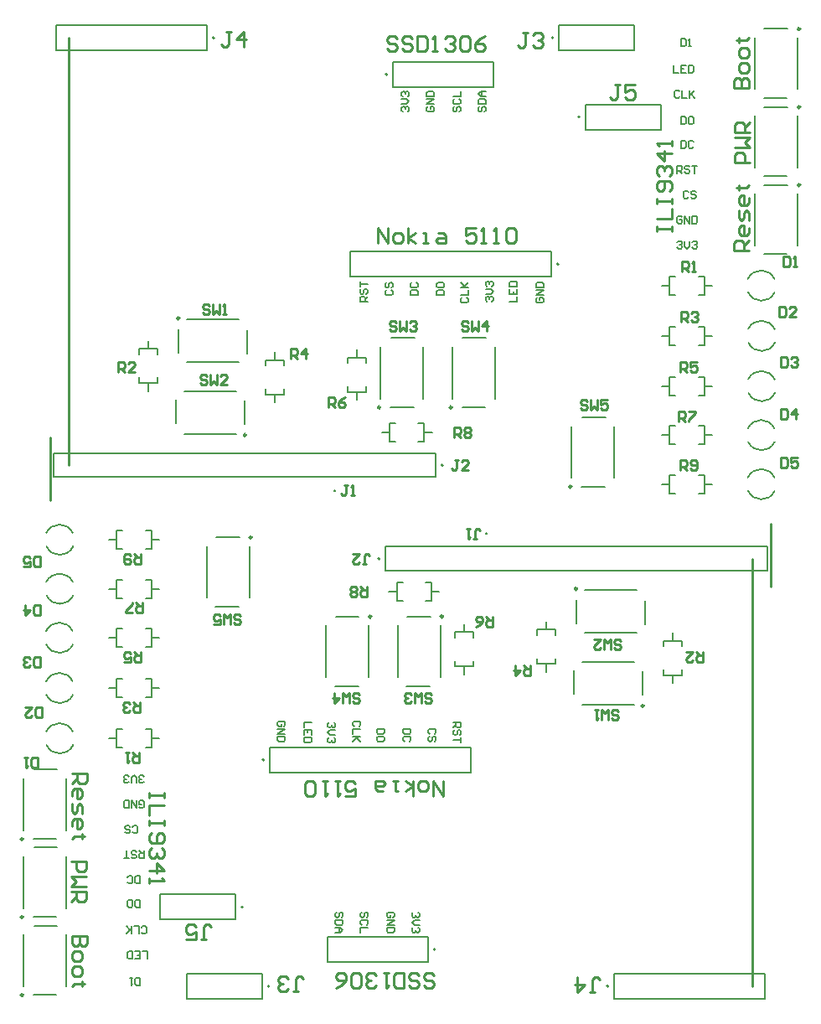
<source format=gto>
G04*
G04 #@! TF.GenerationSoftware,Altium Limited,Altium Designer,24.4.1 (13)*
G04*
G04 Layer_Color=65535*
%FSTAX25Y25*%
%MOIN*%
G70*
G04*
G04 #@! TF.SameCoordinates,D68B6D5F-11C5-45A1-AF62-CA48ED7D446B*
G04*
G04*
G04 #@! TF.FilePolarity,Positive*
G04*
G01*
G75*
%ADD24C,0.00787*%
%ADD25C,0.01000*%
%ADD26C,0.00500*%
%ADD27C,0.00600*%
D24*
X021648Y0294063D02*
G03*
X021648Y0294063I-0000394J0D01*
G01*
X0148362Y0369563D02*
G03*
X0148362Y0369563I-0000394J0D01*
G01*
X007948Y0384063D02*
G03*
X007948Y0384063I-0000394J0D01*
G01*
X0214362D02*
G03*
X0214362Y0384063I-0000394J0D01*
G01*
X0170484Y0214063D02*
G03*
X0170484Y0214063I-0000394J0D01*
G01*
X0224862Y0352563D02*
G03*
X0224862Y0352563I-0000394J0D01*
G01*
X0213528Y0289063D02*
Y0299063D01*
X0133528Y0289063D02*
Y0299063D01*
Y0289063D02*
X0213528D01*
X0133528Y0299063D02*
X0213528D01*
X0190528Y0364563D02*
Y0374563D01*
X0150528Y0364563D02*
Y0374563D01*
Y0364563D02*
X0190528Y0364563D01*
X0150528Y0374563D02*
X0190528Y0374563D01*
X0016528Y0379063D02*
Y0389063D01*
X0076528Y0379063D02*
Y0389063D01*
X0016528D02*
X0076528D01*
X0016528Y0379063D02*
X0076528D01*
X0227028Y0347563D02*
X0257028Y0347563D01*
X0227028Y0357563D02*
X0257028Y0357563D01*
Y0347563D02*
Y0357563D01*
X0227028Y0347563D02*
Y0357563D01*
X0216528Y0379063D02*
X0246528D01*
X0216528Y0389063D02*
X0246528D01*
Y0379063D02*
Y0389063D01*
X0216528Y0379063D02*
Y0389063D01*
X0015524Y0218807D02*
X0167532D01*
X0015524Y0209319D02*
X0167532D01*
X0015524D02*
Y0218807D01*
X0167532Y0209319D02*
Y0218807D01*
X009848Y0096882D02*
G03*
X009848Y0096882I0000394J0D01*
G01*
X0166598Y0021382D02*
G03*
X0166598Y0021382I0000394J0D01*
G01*
X023548Y0006882D02*
G03*
X023548Y0006882I0000394J0D01*
G01*
X0100598D02*
G03*
X0100598Y0006882I0000394J0D01*
G01*
X0144476Y0176882D02*
G03*
X0144476Y0176882I0000394J0D01*
G01*
X0090098Y0038382D02*
G03*
X0090098Y0038382I0000394J0D01*
G01*
X0101433Y0101882D02*
Y0091882D01*
X0181433Y0101882D02*
Y0091882D01*
Y0101882D02*
X0101433D01*
X0181433Y0091882D02*
X0101433D01*
X0124433Y0026382D02*
Y0016382D01*
X0164433Y0026382D02*
Y0016382D01*
Y0026382D02*
X0124433Y0026382D01*
X0164433Y0016382D02*
X0124433Y0016382D01*
X0298433Y0011882D02*
Y0001882D01*
X0238433Y0011882D02*
Y0001882D01*
X0298433D02*
X0238433D01*
X0298433Y0011882D02*
X0238433D01*
X0087933Y0043382D02*
X0057933Y0043382D01*
X0087933Y0033382D02*
X0057933Y0033382D01*
Y0043382D02*
Y0033382D01*
X0087933Y0043382D02*
Y0033382D01*
X0098433Y0011882D02*
X0068433D01*
X0098433Y0001882D02*
X0068433D01*
Y0011882D02*
Y0001882D01*
X0098433Y0011882D02*
Y0001882D01*
X0299437Y0172138D02*
X0147429D01*
X0299437Y0181626D02*
X0147429D01*
X0299437D02*
Y0172138D01*
X0147429Y0181626D02*
Y0172138D01*
D25*
X0174028Y0237063D02*
G03*
X0174028Y0237063I-00005J0D01*
G01*
X0145528D02*
G03*
X0145528Y0237063I-00005J0D01*
G01*
X0312528Y0356563D02*
G03*
X0312528Y0356563I-00005J0D01*
G01*
Y0325563D02*
G03*
X0312528Y0325563I-00005J0D01*
G01*
Y0387653D02*
G03*
X0312528Y0387653I-00005J0D01*
G01*
X0221528Y0205563D02*
G03*
X0221528Y0205563I-00005J0D01*
G01*
X0065528Y0272563D02*
G03*
X0065528Y0272563I-00005J0D01*
G01*
X0092118Y0226063D02*
G03*
X0092118Y0226063I-00005J0D01*
G01*
X0014028Y0200063D02*
Y0225063D01*
X0021528Y0214063D02*
Y0384063D01*
X0144537Y0302564D02*
Y0308562D01*
X0148535Y0302564D01*
Y0308562D01*
X0151534Y0302564D02*
X0153534D01*
X0154533Y0303564D01*
Y0305563D01*
X0153534Y0306563D01*
X0151534D01*
X0150535Y0305563D01*
Y0303564D01*
X0151534Y0302564D01*
X0156533D02*
Y0308562D01*
Y0304563D02*
X0159532Y0306563D01*
X0156533Y0304563D02*
X0159532Y0302564D01*
X0162531D02*
X016453D01*
X016353D01*
Y0306563D01*
X0162531D01*
X0168529D02*
X0170528D01*
X0171528Y0305563D01*
Y0302564D01*
X0168529D01*
X0167529Y0303564D01*
X0168529Y0304563D01*
X0171528D01*
X0183524Y0308562D02*
X0179525D01*
Y0305563D01*
X0181525Y0306563D01*
X0182524D01*
X0183524Y0305563D01*
Y0303564D01*
X0182524Y0302564D01*
X0180525D01*
X0179525Y0303564D01*
X0185523Y0302564D02*
X0187523D01*
X0186523D01*
Y0308562D01*
X0185523Y0307562D01*
X0190522Y0302564D02*
X0192521D01*
X0191521D01*
Y0308562D01*
X0190522Y0307562D01*
X019552D02*
X019652Y0308562D01*
X0198519D01*
X0199519Y0307562D01*
Y0303564D01*
X0198519Y0302564D01*
X019652D01*
X019552Y0303564D01*
Y0307562D01*
X0180362Y0270896D02*
X0179695Y0271562D01*
X0178363D01*
X0177696Y0270896D01*
Y0270229D01*
X0178363Y0269563D01*
X0179695D01*
X0180362Y0268897D01*
Y026823D01*
X0179695Y0267564D01*
X0178363D01*
X0177696Y026823D01*
X0181695Y0271562D02*
Y0267564D01*
X0183028Y0268897D01*
X0184361Y0267564D01*
Y0271562D01*
X0187693Y0267564D02*
Y0271562D01*
X0185694Y0269563D01*
X0188359D01*
X0151862Y0270896D02*
X0151195Y0271562D01*
X0149863D01*
X0149196Y0270896D01*
Y0270229D01*
X0149863Y0269563D01*
X0151195D01*
X0151862Y0268897D01*
Y026823D01*
X0151195Y0267564D01*
X0149863D01*
X0149196Y026823D01*
X0153195Y0271562D02*
Y0267564D01*
X0154528Y0268897D01*
X0155861Y0267564D01*
Y0271562D01*
X0157194Y0270896D02*
X015786Y0271562D01*
X0159193D01*
X0159859Y0270896D01*
Y0270229D01*
X0159193Y0269563D01*
X0158526D01*
X0159193D01*
X0159859Y0268897D01*
Y026823D01*
X0159193Y0267564D01*
X015786D01*
X0157194Y026823D01*
X0292527Y0334566D02*
X0286529D01*
Y0337565D01*
X0287528Y0338564D01*
X0289528D01*
X0290527Y0337565D01*
Y0334566D01*
X0286529Y0340564D02*
X0292527D01*
X0290527Y0342563D01*
X0292527Y0344562D01*
X0286529D01*
X0292527Y0346562D02*
X0286529D01*
Y0349561D01*
X0287528Y035056D01*
X0289528D01*
X0290527Y0349561D01*
Y0346562D01*
Y0348561D02*
X0292527Y035056D01*
X0292027Y0299567D02*
X0286029D01*
Y0302566D01*
X0287028Y0303566D01*
X0289028D01*
X0290027Y0302566D01*
Y0299567D01*
Y0301567D02*
X0292027Y0303566D01*
Y0308564D02*
Y0306565D01*
X0291027Y0305565D01*
X0289028D01*
X0288028Y0306565D01*
Y0308564D01*
X0289028Y0309564D01*
X0290027D01*
Y0305565D01*
X0292027Y0311563D02*
Y0314562D01*
X0291027Y0315562D01*
X0290027Y0314562D01*
Y0312563D01*
X0289028Y0311563D01*
X0288028Y0312563D01*
Y0315562D01*
X0292027Y032056D02*
Y0318561D01*
X0291027Y0317561D01*
X0289028D01*
X0288028Y0318561D01*
Y032056D01*
X0289028Y032156D01*
X0290027D01*
Y0317561D01*
X0287028Y0324559D02*
X0288028D01*
Y0323559D01*
Y0325559D01*
Y0324559D01*
X0291027D01*
X0292027Y0325559D01*
X0286029Y0364066D02*
X0292027D01*
Y0367065D01*
X0291027Y0368065D01*
X0290027D01*
X0289028Y0367065D01*
Y0364066D01*
Y0367065D01*
X0288028Y0368065D01*
X0287028D01*
X0286029Y0367065D01*
Y0364066D01*
X0292027Y0371064D02*
Y0373063D01*
X0291027Y0374063D01*
X0289028D01*
X0288028Y0373063D01*
Y0371064D01*
X0289028Y0370064D01*
X0291027D01*
X0292027Y0371064D01*
Y0377062D02*
Y0379061D01*
X0291027Y0380061D01*
X0289028D01*
X0288028Y0379061D01*
Y0377062D01*
X0289028Y0376062D01*
X0291027D01*
X0292027Y0377062D01*
X0287028Y038306D02*
X0288028D01*
Y038206D01*
Y038406D01*
Y038306D01*
X0291027D01*
X0292027Y038406D01*
X0255529Y0307069D02*
Y0309068D01*
Y0308068D01*
X0261527D01*
Y0307069D01*
Y0309068D01*
X0255529Y0312067D02*
X0261527D01*
Y0316066D01*
X0255529Y0318065D02*
Y0320065D01*
Y0319065D01*
X0261527D01*
Y0318065D01*
Y0320065D01*
X0260527Y0323064D02*
X0261527Y0324063D01*
Y0326063D01*
X0260527Y0327062D01*
X0256528D01*
X0255529Y0326063D01*
Y0324063D01*
X0256528Y0323064D01*
X0257528D01*
X0258528Y0324063D01*
Y0327062D01*
X0256528Y0329062D02*
X0255529Y0330061D01*
Y0332061D01*
X0256528Y033306D01*
X0257528D01*
X0258528Y0332061D01*
Y0331061D01*
Y0332061D01*
X0259527Y033306D01*
X0260527D01*
X0261527Y0332061D01*
Y0330061D01*
X0260527Y0329062D01*
X0261527Y0338059D02*
X0255529D01*
X0258528Y033506D01*
Y0339058D01*
X0261527Y0341058D02*
Y0343057D01*
Y0342057D01*
X0255529D01*
X0256528Y0341058D01*
X0152226Y0383661D02*
X0151227Y0384661D01*
X0149227D01*
X0148228Y0383661D01*
Y0382662D01*
X0149227Y0381662D01*
X0151227D01*
X0152226Y0380662D01*
Y0379663D01*
X0151227Y0378663D01*
X0149227D01*
X0148228Y0379663D01*
X0158224Y0383661D02*
X0157225Y0384661D01*
X0155225D01*
X0154226Y0383661D01*
Y0382662D01*
X0155225Y0381662D01*
X0157225D01*
X0158224Y0380662D01*
Y0379663D01*
X0157225Y0378663D01*
X0155225D01*
X0154226Y0379663D01*
X0160224Y0384661D02*
Y0378663D01*
X0163223D01*
X0164223Y0379663D01*
Y0383661D01*
X0163223Y0384661D01*
X0160224D01*
X0166222Y0378663D02*
X0168221D01*
X0167222D01*
Y0384661D01*
X0166222Y0383661D01*
X017122D02*
X017222Y0384661D01*
X0174219D01*
X0175219Y0383661D01*
Y0382662D01*
X0174219Y0381662D01*
X017322D01*
X0174219D01*
X0175219Y0380662D01*
Y0379663D01*
X0174219Y0378663D01*
X017222D01*
X017122Y0379663D01*
X0177218Y0383661D02*
X0178218Y0384661D01*
X0180217D01*
X0181217Y0383661D01*
Y0379663D01*
X0180217Y0378663D01*
X0178218D01*
X0177218Y0379663D01*
Y0383661D01*
X0187215Y0384661D02*
X0185216Y0383661D01*
X0183216Y0381662D01*
Y0379663D01*
X0184216Y0378663D01*
X0186215D01*
X0187215Y0379663D01*
Y0380662D01*
X0186215Y0381662D01*
X0183216D01*
X0204028Y0386062D02*
X0202029D01*
X0203028D01*
Y0381064D01*
X0202029Y0380064D01*
X0201029D01*
X0200029Y0381064D01*
X0206027Y0385062D02*
X0207027Y0386062D01*
X0209026D01*
X0210026Y0385062D01*
Y0384063D01*
X0209026Y0383063D01*
X0208027D01*
X0209026D01*
X0210026Y0382063D01*
Y0381064D01*
X0209026Y0380064D01*
X0207027D01*
X0206027Y0381064D01*
X0086028Y0386562D02*
X0084029D01*
X0085028D01*
Y0381564D01*
X0084029Y0380564D01*
X0083029D01*
X0082029Y0381564D01*
X0091026Y0380564D02*
Y0386562D01*
X0088027Y0383563D01*
X0092026D01*
X0240709Y0365562D02*
X023871D01*
X0239709D01*
Y0360564D01*
X023871Y0359564D01*
X023771D01*
X023671Y0360564D01*
X0246707Y0365562D02*
X0242708D01*
Y0362563D01*
X0244708Y0363563D01*
X0245707D01*
X0246707Y0362563D01*
Y0360564D01*
X0245707Y0359564D01*
X0243708D01*
X0242708Y0360564D01*
X0176361Y0216062D02*
X0175028D01*
X0175695D01*
Y021273D01*
X0175028Y0212064D01*
X0174362D01*
X0173695Y021273D01*
X018036Y0212064D02*
X0177694D01*
X018036Y0214729D01*
Y0215396D01*
X0179693Y0216062D01*
X0178361D01*
X0177694Y0215396D01*
X0077528Y0277396D02*
X0076862Y0278062D01*
X0075529D01*
X0074862Y0277396D01*
Y0276729D01*
X0075529Y0276063D01*
X0076862D01*
X0077528Y0275396D01*
Y027473D01*
X0076862Y0274064D01*
X0075529D01*
X0074862Y027473D01*
X0078861Y0278062D02*
Y0274064D01*
X0080194Y0275396D01*
X0081527Y0274064D01*
Y0278062D01*
X008286Y0274064D02*
X0084193D01*
X0083526D01*
Y0278062D01*
X008286Y0277396D01*
X0174695Y0225064D02*
Y0229062D01*
X0176695D01*
X0177361Y0228396D01*
Y0227063D01*
X0176695Y0226396D01*
X0174695D01*
X0176028D02*
X0177361Y0225064D01*
X0178694Y0228396D02*
X0179361Y0229062D01*
X0180693D01*
X018136Y0228396D01*
Y0227729D01*
X0180693Y0227063D01*
X018136Y0226396D01*
Y022573D01*
X0180693Y0225064D01*
X0179361D01*
X0178694Y022573D01*
Y0226396D01*
X0179361Y0227063D01*
X0178694Y0227729D01*
Y0228396D01*
X0179361Y0227063D02*
X0180693D01*
X0124695Y0237064D02*
Y0241062D01*
X0126695D01*
X0127361Y0240396D01*
Y0239063D01*
X0126695Y0238397D01*
X0124695D01*
X0126028D02*
X0127361Y0237064D01*
X013136Y0241062D02*
X0130027Y0240396D01*
X0128694Y0239063D01*
Y023773D01*
X0129361Y0237064D01*
X0130693D01*
X013136Y023773D01*
Y0238397D01*
X0130693Y0239063D01*
X0128694D01*
X0109695Y0256564D02*
Y0260562D01*
X0111695D01*
X0112361Y0259896D01*
Y0258563D01*
X0111695Y0257896D01*
X0109695D01*
X0111028D02*
X0112361Y0256564D01*
X0115693D02*
Y0260562D01*
X0113694Y0258563D01*
X011636D01*
X0041195Y0251064D02*
Y0255062D01*
X0043195D01*
X0043861Y0254396D01*
Y0253063D01*
X0043195Y0252396D01*
X0041195D01*
X0042528D02*
X0043861Y0251064D01*
X004786D02*
X0045194D01*
X004786Y0253729D01*
Y0254396D01*
X0047194Y0255062D01*
X0045861D01*
X0045194Y0254396D01*
X0227862Y0239396D02*
X0227195Y0240062D01*
X0225863D01*
X0225196Y0239396D01*
Y0238729D01*
X0225863Y0238063D01*
X0227195D01*
X0227862Y0237397D01*
Y023673D01*
X0227195Y0236064D01*
X0225863D01*
X0225196Y023673D01*
X0229195Y0240062D02*
Y0236064D01*
X0230528Y0237397D01*
X0231861Y0236064D01*
Y0240062D01*
X0235859D02*
X0233193D01*
Y0238063D01*
X0234526Y0238729D01*
X0235193D01*
X0235859Y0238063D01*
Y023673D01*
X0235193Y0236064D01*
X023386D01*
X0233193Y023673D01*
X0076452Y0249396D02*
X0075786Y0250062D01*
X0074453D01*
X0073787Y0249396D01*
Y0248729D01*
X0074453Y0248063D01*
X0075786D01*
X0076452Y0247396D01*
Y024673D01*
X0075786Y0246064D01*
X0074453D01*
X0073787Y024673D01*
X0077785Y0250062D02*
Y0246064D01*
X0079118Y0247396D01*
X0080451Y0246064D01*
Y0250062D01*
X008445Y0246064D02*
X0081784D01*
X008445Y0248729D01*
Y0249396D01*
X0083783Y0250062D01*
X008245D01*
X0081784Y0249396D01*
X0264195Y0231564D02*
Y0235562D01*
X0266195D01*
X0266861Y0234896D01*
Y0233563D01*
X0266195Y0232896D01*
X0264195D01*
X0265528D02*
X0266861Y0231564D01*
X0268194Y0235562D02*
X027086D01*
Y0234896D01*
X0268194Y023223D01*
Y0231564D01*
X0264695Y0251064D02*
Y0255062D01*
X0266695D01*
X0267361Y0254396D01*
Y0253063D01*
X0266695Y0252396D01*
X0264695D01*
X0266028D02*
X0267361Y0251064D01*
X027136Y0255062D02*
X0268694D01*
Y0253063D01*
X0270027Y0253729D01*
X0270693D01*
X027136Y0253063D01*
Y025173D01*
X0270693Y0251064D01*
X0269361D01*
X0268694Y025173D01*
X0265195Y0271064D02*
Y0275062D01*
X0267195D01*
X0267861Y0274396D01*
Y0273063D01*
X0267195Y0272396D01*
X0265195D01*
X0266528D02*
X0267861Y0271064D01*
X0269194Y0274396D02*
X0269861Y0275062D01*
X0271194D01*
X027186Y0274396D01*
Y0273729D01*
X0271194Y0273063D01*
X0270527D01*
X0271194D01*
X027186Y0272396D01*
Y027173D01*
X0271194Y0271064D01*
X0269861D01*
X0269194Y027173D01*
X0265362Y0291064D02*
Y0295062D01*
X0267361D01*
X0268028Y0294396D01*
Y0293063D01*
X0267361Y0292396D01*
X0265362D01*
X0266695D02*
X0268028Y0291064D01*
X0269361D02*
X0270693D01*
X0270027D01*
Y0295062D01*
X0269361Y0294396D01*
X0304677Y0236562D02*
Y0232564D01*
X0306676D01*
X0307343Y023323D01*
Y0235896D01*
X0306676Y0236562D01*
X0304677D01*
X0310675Y0232564D02*
Y0236562D01*
X0308676Y0234563D01*
X0311342D01*
X0304774Y0257062D02*
Y0253064D01*
X0306773D01*
X030744Y025373D01*
Y0256396D01*
X0306773Y0257062D01*
X0304774D01*
X0308773Y0256396D02*
X0309439Y0257062D01*
X0310772D01*
X0311439Y0256396D01*
Y0255729D01*
X0310772Y0255063D01*
X0310106D01*
X0310772D01*
X0311439Y0254397D01*
Y025373D01*
X0310772Y0253064D01*
X0309439D01*
X0308773Y025373D01*
X0264695Y0212064D02*
Y0216062D01*
X0266695D01*
X0267361Y0215396D01*
Y0214063D01*
X0266695Y0213397D01*
X0264695D01*
X0266028D02*
X0267361Y0212064D01*
X0268694Y021273D02*
X0269361Y0212064D01*
X0270693D01*
X027136Y021273D01*
Y0215396D01*
X0270693Y0216062D01*
X0269361D01*
X0268694Y0215396D01*
Y0214729D01*
X0269361Y0214063D01*
X027136D01*
X0304256Y0277062D02*
Y0273064D01*
X0306255D01*
X0306922Y027373D01*
Y0276396D01*
X0306255Y0277062D01*
X0304256D01*
X031092Y0273064D02*
X0308255D01*
X031092Y0275729D01*
Y0276396D01*
X0310254Y0277062D01*
X0308921D01*
X0308255Y0276396D01*
X0305862Y0297062D02*
Y0293064D01*
X0307861D01*
X0308528Y029373D01*
Y0296396D01*
X0307861Y0297062D01*
X0305862D01*
X0309861Y0293064D02*
X0311193D01*
X0310527D01*
Y0297062D01*
X0309861Y0296396D01*
X0304695Y0217062D02*
Y0213064D01*
X0306695D01*
X0307361Y021373D01*
Y0216396D01*
X0306695Y0217062D01*
X0304695D01*
X031136D02*
X0308694D01*
Y0215063D01*
X0310027Y0215729D01*
X0310694D01*
X031136Y0215063D01*
Y021373D01*
X0310694Y0213064D01*
X0309361D01*
X0308694Y021373D01*
X0132528Y0206062D02*
X0131195D01*
X0131861D01*
Y020273D01*
X0131195Y0202064D01*
X0130528D01*
X0129862Y020273D01*
X0133861Y0202064D02*
X0135194D01*
X0134527D01*
Y0206062D01*
X0133861Y0205396D01*
X0140933Y0153882D02*
G03*
X0140933Y0153882I00005J0D01*
G01*
X0169433D02*
G03*
X0169433Y0153882I00005J0D01*
G01*
X0002433Y0034382D02*
G03*
X0002433Y0034382I00005J0D01*
G01*
Y0065382D02*
G03*
X0002433Y0065382I00005J0D01*
G01*
Y0003291D02*
G03*
X0002433Y0003291I00005J0D01*
G01*
X0093433Y0185382D02*
G03*
X0093433Y0185382I00005J0D01*
G01*
X0249433Y0118382D02*
G03*
X0249433Y0118382I00005J0D01*
G01*
X0222842Y0164882D02*
G03*
X0222842Y0164882I00005J0D01*
G01*
X0300933Y0190882D02*
Y0165882D01*
X0293433Y0176882D02*
Y0006882D01*
X0170424Y0088381D02*
Y0082383D01*
X0166425Y0088381D01*
Y0082383D01*
X0163426Y0088381D02*
X0161427D01*
X0160427Y0087381D01*
Y0085382D01*
X0161427Y0084382D01*
X0163426D01*
X0164426Y0085382D01*
Y0087381D01*
X0163426Y0088381D01*
X0158428D02*
Y0082383D01*
Y0086382D02*
X0155429Y0084382D01*
X0158428Y0086382D02*
X0155429Y0088381D01*
X015243D02*
X0150431D01*
X015143D01*
Y0084382D01*
X015243D01*
X0146432D02*
X0144432D01*
X0143433Y0085382D01*
Y0088381D01*
X0146432D01*
X0147432Y0087381D01*
X0146432Y0086382D01*
X0143433D01*
X0131437Y0082383D02*
X0135435D01*
Y0085382D01*
X0133436Y0084382D01*
X0132436D01*
X0131437Y0085382D01*
Y0087381D01*
X0132436Y0088381D01*
X0134436D01*
X0135435Y0087381D01*
X0129437Y0088381D02*
X0127438D01*
X0128438D01*
Y0082383D01*
X0129437Y0083382D01*
X0124439Y0088381D02*
X012244D01*
X0123439D01*
Y0082383D01*
X0124439Y0083382D01*
X011944D02*
X0118441Y0082383D01*
X0116442D01*
X0115442Y0083382D01*
Y0087381D01*
X0116442Y0088381D01*
X0118441D01*
X011944Y0087381D01*
Y0083382D01*
X0134599Y0120049D02*
X0135265Y0119383D01*
X0136598D01*
X0137265Y0120049D01*
Y0120715D01*
X0136598Y0121382D01*
X0135265D01*
X0134599Y0122048D01*
Y0122715D01*
X0135265Y0123381D01*
X0136598D01*
X0137265Y0122715D01*
X0133266Y0119383D02*
Y0123381D01*
X0131933Y0122048D01*
X01306Y0123381D01*
Y0119383D01*
X0127268Y0123381D02*
Y0119383D01*
X0129267Y0121382D01*
X0126601D01*
X0163099Y0120049D02*
X0163765Y0119383D01*
X0165098D01*
X0165765Y0120049D01*
Y0120715D01*
X0165098Y0121382D01*
X0163765D01*
X0163099Y0122048D01*
Y0122715D01*
X0163765Y0123381D01*
X0165098D01*
X0165765Y0122715D01*
X0161766Y0119383D02*
Y0123381D01*
X0160433Y0122048D01*
X01591Y0123381D01*
Y0119383D01*
X0157767Y0120049D02*
X0157101Y0119383D01*
X0155768D01*
X0155101Y0120049D01*
Y0120715D01*
X0155768Y0121382D01*
X0156434D01*
X0155768D01*
X0155101Y0122048D01*
Y0122715D01*
X0155768Y0123381D01*
X0157101D01*
X0157767Y0122715D01*
X0022434Y0056379D02*
X0028432D01*
Y005338D01*
X0027432Y0052381D01*
X0025433D01*
X0024433Y005338D01*
Y0056379D01*
X0028432Y0050381D02*
X0022434D01*
X0024433Y0048382D01*
X0022434Y0046382D01*
X0028432D01*
X0022434Y0044383D02*
X0028432D01*
Y0041384D01*
X0027432Y0040385D01*
X0025433D01*
X0024433Y0041384D01*
Y0044383D01*
Y0042384D02*
X0022434Y0040385D01*
X0022934Y0091378D02*
X0028932D01*
Y0088379D01*
X0027932Y0087379D01*
X0025933D01*
X0024933Y0088379D01*
Y0091378D01*
Y0089378D02*
X0022934Y0087379D01*
Y0082381D02*
Y008438D01*
X0023934Y008538D01*
X0025933D01*
X0026933Y008438D01*
Y0082381D01*
X0025933Y0081381D01*
X0024933D01*
Y008538D01*
X0022934Y0079382D02*
Y0076382D01*
X0023934Y0075383D01*
X0024933Y0076382D01*
Y0078382D01*
X0025933Y0079382D01*
X0026933Y0078382D01*
Y0075383D01*
X0022934Y0070385D02*
Y0072384D01*
X0023934Y0073383D01*
X0025933D01*
X0026933Y0072384D01*
Y0070385D01*
X0025933Y0069385D01*
X0024933D01*
Y0073383D01*
X0027932Y0066386D02*
X0026933D01*
Y0067385D01*
Y0065386D01*
Y0066386D01*
X0023934D01*
X0022934Y0065386D01*
X0028932Y0026879D02*
X0022934D01*
Y002388D01*
X0023934Y002288D01*
X0024933D01*
X0025933Y002388D01*
Y0026879D01*
Y002388D01*
X0026933Y002288D01*
X0027932D01*
X0028932Y002388D01*
Y0026879D01*
X0022934Y0019881D02*
Y0017882D01*
X0023934Y0016882D01*
X0025933D01*
X0026933Y0017882D01*
Y0019881D01*
X0025933Y0020881D01*
X0023934D01*
X0022934Y0019881D01*
Y0013883D02*
Y0011884D01*
X0023934Y0010884D01*
X0025933D01*
X0026933Y0011884D01*
Y0013883D01*
X0025933Y0014883D01*
X0023934D01*
X0022934Y0013883D01*
X0027932Y0007885D02*
X0026933D01*
Y0008884D01*
Y0006885D01*
Y0007885D01*
X0023934D01*
X0022934Y0006885D01*
X0059432Y0083876D02*
Y0081877D01*
Y0082876D01*
X0053434D01*
Y0083876D01*
Y0081877D01*
X0059432Y0078878D02*
X0053434D01*
Y0074879D01*
X0059432Y007288D02*
Y007088D01*
Y007188D01*
X0053434D01*
Y007288D01*
Y007088D01*
X0054434Y0067881D02*
X0053434Y0066882D01*
Y0064882D01*
X0054434Y0063882D01*
X0058432D01*
X0059432Y0064882D01*
Y0066882D01*
X0058432Y0067881D01*
X0057433D01*
X0056433Y0066882D01*
Y0063882D01*
X0058432Y0061883D02*
X0059432Y0060883D01*
Y0058884D01*
X0058432Y0057885D01*
X0057433D01*
X0056433Y0058884D01*
Y0059884D01*
Y0058884D01*
X0055433Y0057885D01*
X0054434D01*
X0053434Y0058884D01*
Y0060883D01*
X0054434Y0061883D01*
X0053434Y0052886D02*
X0059432D01*
X0056433Y0055885D01*
Y0051886D01*
X0053434Y0049887D02*
Y0047888D01*
Y0048887D01*
X0059432D01*
X0058432Y0049887D01*
X0162734Y0007283D02*
X0163734Y0006284D01*
X0165733D01*
X0166733Y0007283D01*
Y0008283D01*
X0165733Y0009283D01*
X0163734D01*
X0162734Y0010283D01*
Y0011282D01*
X0163734Y0012282D01*
X0165733D01*
X0166733Y0011282D01*
X0156736Y0007283D02*
X0157736Y0006284D01*
X0159735D01*
X0160735Y0007283D01*
Y0008283D01*
X0159735Y0009283D01*
X0157736D01*
X0156736Y0010283D01*
Y0011282D01*
X0157736Y0012282D01*
X0159735D01*
X0160735Y0011282D01*
X0154737Y0006284D02*
Y0012282D01*
X0151738D01*
X0150738Y0011282D01*
Y0007283D01*
X0151738Y0006284D01*
X0154737D01*
X0148739Y0012282D02*
X0146739D01*
X0147739D01*
Y0006284D01*
X0148739Y0007283D01*
X014374D02*
X0142741Y0006284D01*
X0140741D01*
X0139742Y0007283D01*
Y0008283D01*
X0140741Y0009283D01*
X0141741D01*
X0140741D01*
X0139742Y0010283D01*
Y0011282D01*
X0140741Y0012282D01*
X0142741D01*
X014374Y0011282D01*
X0137742Y0007283D02*
X0136743Y0006284D01*
X0134743D01*
X0133744Y0007283D01*
Y0011282D01*
X0134743Y0012282D01*
X0136743D01*
X0137742Y0011282D01*
Y0007283D01*
X0127746Y0006284D02*
X0129745Y0007283D01*
X0131744Y0009283D01*
Y0011282D01*
X0130745Y0012282D01*
X0128745D01*
X0127746Y0011282D01*
Y0010283D01*
X0128745Y0009283D01*
X0131744D01*
X0110933Y0004883D02*
X0112932D01*
X0111932D01*
Y0009881D01*
X0112932Y0010881D01*
X0113932D01*
X0114931Y0009881D01*
X0108933Y0005883D02*
X0107934Y0004883D01*
X0105934D01*
X0104935Y0005883D01*
Y0006882D01*
X0105934Y0007882D01*
X0106934D01*
X0105934D01*
X0104935Y0008882D01*
Y0009881D01*
X0105934Y0010881D01*
X0107934D01*
X0108933Y0009881D01*
X0228933Y0004383D02*
X0230932D01*
X0229932D01*
Y0009381D01*
X0230932Y0010381D01*
X0231932D01*
X0232931Y0009381D01*
X0223934Y0010381D02*
Y0004383D01*
X0226933Y0007382D01*
X0222935D01*
X0074252Y0025383D02*
X0076251D01*
X0075251D01*
Y0030381D01*
X0076251Y0031381D01*
X0077251D01*
X007825Y0030381D01*
X0068253Y0025383D02*
X0072252D01*
Y0028382D01*
X0070253Y0027382D01*
X0069253D01*
X0068253Y0028382D01*
Y0030381D01*
X0069253Y0031381D01*
X0071253D01*
X0072252Y0030381D01*
X0138599Y0174882D02*
X0139932D01*
X0139266D01*
Y0178215D01*
X0139932Y0178881D01*
X0140599D01*
X0141265Y0178215D01*
X0134601Y0178881D02*
X0137267D01*
X0134601Y0176215D01*
Y0175549D01*
X0135267Y0174882D01*
X01366D01*
X0137267Y0175549D01*
X0237432Y0113549D02*
X0238099Y0112882D01*
X0239432D01*
X0240098Y0113549D01*
Y0114215D01*
X0239432Y0114882D01*
X0238099D01*
X0237432Y0115548D01*
Y0116215D01*
X0238099Y0116881D01*
X0239432D01*
X0240098Y0116215D01*
X0236099Y0112882D02*
Y0116881D01*
X0234767Y0115548D01*
X0233434Y0116881D01*
Y0112882D01*
X0232101Y0116881D02*
X0230768D01*
X0231434D01*
Y0112882D01*
X0232101Y0113549D01*
X0140265Y0165881D02*
Y0161882D01*
X0138266D01*
X0137599Y0162549D01*
Y0163882D01*
X0138266Y0164548D01*
X0140265D01*
X0138932D02*
X0137599Y0165881D01*
X0136267Y0162549D02*
X01356Y0161882D01*
X0134267D01*
X0133601Y0162549D01*
Y0163215D01*
X0134267Y0163882D01*
X0133601Y0164548D01*
Y0165215D01*
X0134267Y0165881D01*
X01356D01*
X0136267Y0165215D01*
Y0164548D01*
X01356Y0163882D01*
X0136267Y0163215D01*
Y0162549D01*
X01356Y0163882D02*
X0134267D01*
X0190265Y0153881D02*
Y0149882D01*
X0188266D01*
X0187599Y0150549D01*
Y0151882D01*
X0188266Y0152548D01*
X0190265D01*
X0188932D02*
X0187599Y0153881D01*
X0183601Y0149882D02*
X0184934Y0150549D01*
X0186267Y0151882D01*
Y0153215D01*
X01856Y0153881D01*
X0184267D01*
X0183601Y0153215D01*
Y0152548D01*
X0184267Y0151882D01*
X0186267D01*
X0205265Y0134381D02*
Y0130383D01*
X0203266D01*
X0202599Y0131049D01*
Y0132382D01*
X0203266Y0133048D01*
X0205265D01*
X0203932D02*
X0202599Y0134381D01*
X0199267D02*
Y0130383D01*
X0201267Y0132382D01*
X0198601D01*
X0273765Y0139881D02*
Y0135882D01*
X0271766D01*
X0271099Y0136549D01*
Y0137882D01*
X0271766Y0138548D01*
X0273765D01*
X0272432D02*
X0271099Y0139881D01*
X0267101D02*
X0269766D01*
X0267101Y0137215D01*
Y0136549D01*
X0267767Y0135882D01*
X02691D01*
X0269766Y0136549D01*
X0087099Y0151549D02*
X0087765Y0150882D01*
X0089098D01*
X0089764Y0151549D01*
Y0152215D01*
X0089098Y0152882D01*
X0087765D01*
X0087099Y0153548D01*
Y0154215D01*
X0087765Y0154881D01*
X0089098D01*
X0089764Y0154215D01*
X0085766Y0150882D02*
Y0154881D01*
X0084433Y0153548D01*
X00831Y0154881D01*
Y0150882D01*
X0079101D02*
X0081767D01*
Y0152882D01*
X0080434Y0152215D01*
X0079768D01*
X0079101Y0152882D01*
Y0154215D01*
X0079768Y0154881D01*
X0081101D01*
X0081767Y0154215D01*
X0238508Y0141549D02*
X0239175Y0140883D01*
X0240508D01*
X0241174Y0141549D01*
Y0142215D01*
X0240508Y0142882D01*
X0239175D01*
X0238508Y0143548D01*
Y0144215D01*
X0239175Y0144881D01*
X0240508D01*
X0241174Y0144215D01*
X0237175Y0140883D02*
Y0144881D01*
X0235842Y0143548D01*
X0234509Y0144881D01*
Y0140883D01*
X0230511Y0144881D02*
X0233177D01*
X0230511Y0142215D01*
Y0141549D01*
X0231177Y0140883D01*
X023251D01*
X0233177Y0141549D01*
X0050765Y0159381D02*
Y0155383D01*
X0048766D01*
X0048099Y0156049D01*
Y0157382D01*
X0048766Y0158048D01*
X0050765D01*
X0049432D02*
X0048099Y0159381D01*
X0046766Y0155383D02*
X0044101D01*
Y0156049D01*
X0046766Y0158715D01*
Y0159381D01*
X0050265Y0139881D02*
Y0135882D01*
X0048266D01*
X0047599Y0136549D01*
Y0137882D01*
X0048266Y0138548D01*
X0050265D01*
X0048932D02*
X0047599Y0139881D01*
X0043601Y0135882D02*
X0046266D01*
Y0137882D01*
X0044934Y0137215D01*
X0044267D01*
X0043601Y0137882D01*
Y0139215D01*
X0044267Y0139881D01*
X00456D01*
X0046266Y0139215D01*
X0049765Y0119881D02*
Y0115883D01*
X0047766D01*
X0047099Y0116549D01*
Y0117882D01*
X0047766Y0118548D01*
X0049765D01*
X0048432D02*
X0047099Y0119881D01*
X0045766Y0116549D02*
X00451Y0115883D01*
X0043767D01*
X0043101Y0116549D01*
Y0117215D01*
X0043767Y0117882D01*
X0044434D01*
X0043767D01*
X0043101Y0118548D01*
Y0119215D01*
X0043767Y0119881D01*
X00451D01*
X0045766Y0119215D01*
X0049599Y0099881D02*
Y0095882D01*
X0047599D01*
X0046933Y0096549D01*
Y0097882D01*
X0047599Y0098548D01*
X0049599D01*
X0048266D02*
X0046933Y0099881D01*
X00456D02*
X0044267D01*
X0044934D01*
Y0095882D01*
X00456Y0096549D01*
X0010283Y0154383D02*
Y0158381D01*
X0008284D01*
X0007618Y0157715D01*
Y0155049D01*
X0008284Y0154383D01*
X0010283D01*
X0004285Y0158381D02*
Y0154383D01*
X0006285Y0156382D01*
X0003619D01*
X0010187Y0133882D02*
Y0137881D01*
X0008187D01*
X0007521Y0137215D01*
Y0134549D01*
X0008187Y0133882D01*
X0010187D01*
X0006188Y0134549D02*
X0005521Y0133882D01*
X0004188D01*
X0003522Y0134549D01*
Y0135215D01*
X0004188Y0135882D01*
X0004855D01*
X0004188D01*
X0003522Y0136548D01*
Y0137215D01*
X0004188Y0137881D01*
X0005521D01*
X0006188Y0137215D01*
X0050265Y0178881D02*
Y0174882D01*
X0048266D01*
X0047599Y0175549D01*
Y0176882D01*
X0048266Y0177548D01*
X0050265D01*
X0048932D02*
X0047599Y0178881D01*
X0046266Y0178215D02*
X00456Y0178881D01*
X0044267D01*
X0043601Y0178215D01*
Y0175549D01*
X0044267Y0174882D01*
X00456D01*
X0046266Y0175549D01*
Y0176215D01*
X00456Y0176882D01*
X0043601D01*
X0010705Y0113883D02*
Y0117881D01*
X0008705D01*
X0008039Y0117215D01*
Y0114549D01*
X0008705Y0113883D01*
X0010705D01*
X000404Y0117881D02*
X0006706D01*
X000404Y0115215D01*
Y0114549D01*
X0004707Y0113883D01*
X000604D01*
X0006706Y0114549D01*
X0009099Y0093883D02*
Y0097881D01*
X0007099D01*
X0006433Y0097215D01*
Y0094549D01*
X0007099Y0093883D01*
X0009099D01*
X00051Y0097881D02*
X0003767D01*
X0004434D01*
Y0093883D01*
X00051Y0094549D01*
X0010265Y0173882D02*
Y0177881D01*
X0008266D01*
X0007599Y0177215D01*
Y0174549D01*
X0008266Y0173882D01*
X0010265D01*
X0003601D02*
X0006267D01*
Y0175882D01*
X0004934Y0175215D01*
X0004267D01*
X0003601Y0175882D01*
Y0177215D01*
X0004267Y0177881D01*
X00056D01*
X0006267Y0177215D01*
X0182433Y0184882D02*
X0183766D01*
X0183099D01*
Y0188215D01*
X0183766Y0188881D01*
X0184432D01*
X0185099Y0188215D01*
X01811Y0188881D02*
X0179767D01*
X0180434D01*
Y0184882D01*
X01811Y0185549D01*
D26*
X0291849Y0203846D02*
G03*
X03024Y0203846I0005276J000246D01*
G01*
X0302285Y0209201D02*
G03*
X0291734Y0209201I-0005276J-000246D01*
G01*
X0302267Y0228701D02*
G03*
X0291715Y0228701I-0005276J-000246D01*
G01*
X0291831Y0223346D02*
G03*
X0302382Y0223346I0005276J000246D01*
G01*
X0302364Y0248201D02*
G03*
X0291812Y0248201I-0005276J-000246D01*
G01*
X0291928Y0242846D02*
G03*
X0302479Y0242846I0005276J000246D01*
G01*
X0291909Y0262846D02*
G03*
X0302461Y0262846I0005276J000246D01*
G01*
X0302345Y0268201D02*
G03*
X0291794Y0268201I-0005276J-000246D01*
G01*
X0291849Y0282846D02*
G03*
X03024Y0282846I0005276J000246D01*
G01*
X0302285Y0288201D02*
G03*
X0291734Y0288201I-0005276J-000246D01*
G01*
X0103528Y0239024D02*
Y0242173D01*
X0099886D02*
Y0244457D01*
X0107169Y0242173D02*
Y0244457D01*
X0099886Y0242173D02*
X0103528D01*
X0107169D01*
X0103528Y0255953D02*
Y0259102D01*
X0099886Y0253669D02*
Y0255953D01*
X0103528D01*
X0107169D01*
Y0253669D02*
Y0255953D01*
X0260638Y0210205D02*
X0262921D01*
X0260638Y0206563D02*
Y0210205D01*
Y0202921D02*
Y0206563D01*
Y0202921D02*
X0262921D01*
X0257488Y0206563D02*
X0260638D01*
X0274417D02*
Y0210205D01*
Y0202921D02*
Y0206563D01*
X0272134Y0210205D02*
X0274417D01*
X0272134Y0202921D02*
X0274417D01*
Y0206563D02*
X0277567D01*
X0274417Y0285563D02*
X0277567D01*
X0272134Y0281921D02*
X0274417D01*
X0272134Y0289205D02*
X0274417D01*
Y0281921D02*
Y0285563D01*
Y0289205D01*
X0257488Y0285563D02*
X0260638D01*
Y0281921D02*
X0262921D01*
X0260638D02*
Y0285563D01*
Y0289205D01*
X0262921D01*
X0274417Y0245563D02*
X0277567D01*
X0272134Y0241921D02*
X0274417D01*
X0272134Y0249205D02*
X0274417D01*
Y0241921D02*
Y0245563D01*
Y0249205D01*
X0257488Y0245563D02*
X0260638D01*
Y0241921D02*
X0262921D01*
X0260638D02*
Y0245563D01*
Y0249205D01*
X0262921D01*
X0274417Y0265563D02*
X0277567D01*
X0272134Y0261921D02*
X0274417D01*
X0272134Y0269205D02*
X0274417D01*
Y0261921D02*
Y0265563D01*
Y0269205D01*
X0257488Y0265563D02*
X0260638D01*
Y0261921D02*
X0262921D01*
X0260638D02*
Y0265563D01*
Y0269205D01*
X0262921D01*
X0274417Y0226063D02*
X0277567D01*
X0053028Y0243524D02*
Y0246673D01*
X0049386D02*
Y0248957D01*
X0056669Y0246673D02*
Y0248957D01*
X0049386Y0246673D02*
X0053028D01*
X0056669D01*
X0053028Y0260453D02*
Y0263602D01*
X0049386Y0258169D02*
Y0260453D01*
X0053028D01*
X0056669D01*
Y0258169D02*
Y0260453D01*
X0136028Y0240024D02*
Y0243173D01*
X0132386D02*
Y0245457D01*
X0139669Y0243173D02*
Y0245457D01*
X0132386Y0243173D02*
X0136028D01*
X0139669D01*
X0136028Y0256953D02*
Y0260102D01*
X0132386Y0254669D02*
Y0256953D01*
X0136028D01*
X0139669D01*
Y0254669D02*
Y0256953D01*
X0145988Y0227063D02*
X0149138D01*
Y0230705D02*
X0151421D01*
X0149138Y0223421D02*
X0151421D01*
X0149138Y0227063D02*
Y0230705D01*
Y0223421D02*
Y0227063D01*
X0162917D02*
X0166067D01*
X0160634Y0230705D02*
X0162917D01*
Y0227063D02*
Y0230705D01*
Y0223421D02*
Y0227063D01*
X0160634Y0223421D02*
X0162917D01*
X0272134Y0222421D02*
X0274417D01*
X0272134Y0229705D02*
X0274417D01*
Y0222421D02*
Y0226063D01*
Y0229705D01*
X0257488Y0226063D02*
X0260638D01*
Y0222421D02*
X0262921D01*
X0260638D02*
Y0226063D01*
Y0229705D01*
X0262921D01*
X0023112Y0187099D02*
G03*
X001256Y0187099I-0005276J-000246D01*
G01*
X0012676Y0181744D02*
G03*
X0023227Y0181744I0005276J000246D01*
G01*
X0012694Y0162244D02*
G03*
X0023245Y0162244I0005276J000246D01*
G01*
X002313Y0167598D02*
G03*
X0012578Y0167598I-0005276J-000246D01*
G01*
X0012597Y0142744D02*
G03*
X0023148Y0142744I0005276J000246D01*
G01*
X0023033Y0148099D02*
G03*
X0012481Y0148099I-0005276J-000246D01*
G01*
X0023051Y0128098D02*
G03*
X00125Y0128098I-0005276J-000246D01*
G01*
X0012615Y0122744D02*
G03*
X0023167Y0122744I0005276J000246D01*
G01*
X0023112Y0108098D02*
G03*
X001256Y0108098I-0005276J-000246D01*
G01*
X0012676Y0102744D02*
G03*
X0023227Y0102744I0005276J000246D01*
G01*
X0211433Y0151921D02*
Y0148772D01*
X0215075D02*
Y0146488D01*
X0207791Y0148772D02*
Y0146488D01*
X0215075Y0148772D02*
X0211433D01*
X0207791D01*
X0211433Y0134992D02*
Y0131843D01*
X0215075Y0137276D02*
Y0134992D01*
X0211433D01*
X0207791D01*
Y0137276D02*
Y0134992D01*
X0054323Y018074D02*
X0052039D01*
X0054323Y0184382D02*
Y018074D01*
Y0188024D02*
Y0184382D01*
Y0188024D02*
X0052039D01*
X0057472Y0184382D02*
X0054323D01*
X0040543D02*
Y018074D01*
Y0188024D02*
Y0184382D01*
X0042827Y018074D02*
X0040543D01*
X0042827Y0188024D02*
X0040543D01*
Y0184382D02*
X0037394D01*
X0040543Y0105382D02*
X0037394D01*
X0042827Y0109024D02*
X0040543D01*
X0042827Y010174D02*
X0040543D01*
Y0109024D02*
Y0105382D01*
Y010174D01*
X0057472Y0105382D02*
X0054323D01*
Y0109024D02*
X0052039D01*
X0054323D02*
Y0105382D01*
Y010174D01*
X0052039D01*
X0040543Y0145382D02*
X0037394D01*
X0042827Y0149024D02*
X0040543D01*
X0042827Y014174D02*
X0040543D01*
Y0149024D02*
Y0145382D01*
Y014174D01*
X0057472Y0145382D02*
X0054323D01*
Y0149024D02*
X0052039D01*
X0054323D02*
Y0145382D01*
Y014174D01*
X0052039D01*
X0040543Y0125382D02*
X0037394D01*
X0042827Y0129024D02*
X0040543D01*
X0042827Y012174D02*
X0040543D01*
Y0129024D02*
Y0125382D01*
Y012174D01*
X0057472Y0125382D02*
X0054323D01*
Y0129024D02*
X0052039D01*
X0054323D02*
Y0125382D01*
Y012174D01*
X0052039D01*
X0040543Y0164882D02*
X0037394D01*
X0261933Y0147421D02*
Y0144272D01*
X0265575D02*
Y0141988D01*
X0258291Y0144272D02*
Y0141988D01*
X0265575Y0144272D02*
X0261933D01*
X0258291D01*
X0261933Y0130492D02*
Y0127342D01*
X0265575Y0132776D02*
Y0130492D01*
X0261933D01*
X0258291D01*
Y0132776D02*
Y0130492D01*
X0178933Y0150921D02*
Y0147772D01*
X0182575D02*
Y0145488D01*
X0175291Y0147772D02*
Y0145488D01*
X0182575Y0147772D02*
X0178933D01*
X0175291D01*
X0178933Y0133992D02*
Y0130842D01*
X0182575Y0136276D02*
Y0133992D01*
X0178933D01*
X0175291D01*
Y0136276D02*
Y0133992D01*
X0168972Y0163882D02*
X0165823D01*
Y016024D02*
X0163539D01*
X0165823Y0167524D02*
X0163539D01*
X0165823Y0163882D02*
Y016024D01*
Y0167524D02*
Y0163882D01*
X0152043D02*
X0148894D01*
X0154327Y016024D02*
X0152043D01*
Y0163882D02*
Y016024D01*
Y0167524D02*
Y0163882D01*
X0154327Y0167524D02*
X0152043D01*
X0042827Y0168524D02*
X0040543D01*
X0042827Y016124D02*
X0040543D01*
Y0168524D02*
Y0164882D01*
Y016124D01*
X0057472Y0164882D02*
X0054323D01*
Y0168524D02*
X0052039D01*
X0054323D02*
Y0164882D01*
Y016124D01*
X0052039D01*
D27*
X0174028Y0240526D02*
Y0261063D01*
X0178028Y0237063D02*
X0187242D01*
X0178279Y0264669D02*
X0187493D01*
X0191028Y0240526D02*
Y0261063D01*
X0149528Y0237063D02*
X0158742D01*
X0149779Y0264669D02*
X0158993D01*
X0162528Y0240526D02*
Y0261063D01*
X0145528Y0240526D02*
Y0261063D01*
X0311528Y0332563D02*
Y03531D01*
X0298313Y0356563D02*
X0307528D01*
X0298062Y0328957D02*
X0307277D01*
X0294528Y0332563D02*
Y03531D01*
X0311528Y0301563D02*
Y03221D01*
X0298313Y0325563D02*
X0307528D01*
X0298062Y0297957D02*
X0307277D01*
X0294528Y0301563D02*
Y03221D01*
X0311528Y0363653D02*
Y0384191D01*
X0298313Y0387653D02*
X0307528D01*
X0298062Y0360047D02*
X0307277D01*
X0294528Y0363653D02*
Y0384191D01*
X006849Y0255063D02*
X0089028D01*
X0092634Y0258597D02*
Y0267812D01*
X0065028Y0258849D02*
Y0268063D01*
X006849Y0272063D02*
X0089028D01*
X0238528Y0209026D02*
Y0229563D01*
X0225779Y0233169D02*
X0234993D01*
X0225528Y0205563D02*
X0234742D01*
X0221528Y0209026D02*
Y0229563D01*
X0067618Y0243563D02*
X0088156D01*
X0064012Y0230814D02*
Y0240029D01*
X0091618Y0230563D02*
Y0239777D01*
X0067618Y0226563D02*
X0088156D01*
X0140428Y0279163D02*
X0137429D01*
Y0280662D01*
X0137928Y0281162D01*
X0138928D01*
X0139428Y0280662D01*
Y0279163D01*
Y0280163D02*
X0140428Y0281162D01*
X0137928Y0284161D02*
X0137429Y0283662D01*
Y0282662D01*
X0137928Y0282162D01*
X0138428D01*
X0138928Y0282662D01*
Y0283662D01*
X0139428Y0284161D01*
X0139928D01*
X0140428Y0283662D01*
Y0282662D01*
X0139928Y0282162D01*
X0137429Y0285161D02*
Y028716D01*
Y0286161D01*
X0140428D01*
X0147929Y0283662D02*
X0147429Y0283162D01*
Y0282163D01*
X0147929Y0281663D01*
X0149928D01*
X0150428Y0282163D01*
Y0283162D01*
X0149928Y0283662D01*
X0147929Y0286661D02*
X0147429Y0286161D01*
Y0285162D01*
X0147929Y0284662D01*
X0148428D01*
X0148928Y0285162D01*
Y0286161D01*
X0149428Y0286661D01*
X0149928D01*
X0150428Y0286161D01*
Y0285162D01*
X0149928Y0284662D01*
X0157429Y0281663D02*
X0160428D01*
Y0283162D01*
X0159928Y0283662D01*
X0157929D01*
X0157429Y0283162D01*
Y0281663D01*
X0157929Y0286661D02*
X0157429Y0286161D01*
Y0285162D01*
X0157929Y0284662D01*
X0159928D01*
X0160428Y0285162D01*
Y0286161D01*
X0159928Y0286661D01*
X0167929Y0281663D02*
X0170928D01*
Y0283162D01*
X0170428Y0283662D01*
X0168429D01*
X0167929Y0283162D01*
Y0281663D01*
X0168429Y0284662D02*
X0167929Y0285162D01*
Y0286161D01*
X0168429Y0286661D01*
X0170428D01*
X0170928Y0286161D01*
Y0285162D01*
X0170428Y0284662D01*
X0168429D01*
X0177928Y0280662D02*
X0177429Y0280163D01*
Y0279163D01*
X0177928Y0278663D01*
X0179928D01*
X0180428Y0279163D01*
Y0280163D01*
X0179928Y0280662D01*
X0177429Y0281662D02*
X0180428D01*
Y0283661D01*
X0177429Y0284661D02*
X0180428D01*
X0179428D01*
X0177429Y028666D01*
X0178928Y0285161D01*
X0180428Y028666D01*
X0187928Y0279163D02*
X0187429Y0279663D01*
Y0280662D01*
X0187928Y0281162D01*
X0188428D01*
X0188928Y0280662D01*
Y0280163D01*
Y0280662D01*
X0189428Y0281162D01*
X0189928D01*
X0190428Y0280662D01*
Y0279663D01*
X0189928Y0279163D01*
X0187429Y0282162D02*
X0189428D01*
X0190428Y0283162D01*
X0189428Y0284161D01*
X0187429D01*
X0187928Y0285161D02*
X0187429Y0285661D01*
Y0286661D01*
X0187928Y028716D01*
X0188428D01*
X0188928Y0286661D01*
Y0286161D01*
Y0286661D01*
X0189428Y028716D01*
X0189928D01*
X0190428Y0286661D01*
Y0285661D01*
X0189928Y0285161D01*
X0207928Y0280662D02*
X0207429Y0280163D01*
Y0279163D01*
X0207928Y0278663D01*
X0209928D01*
X0210428Y0279163D01*
Y0280163D01*
X0209928Y0280662D01*
X0208928D01*
Y0279663D01*
X0210428Y0281662D02*
X0207429D01*
X0210428Y0283661D01*
X0207429D01*
Y0284661D02*
X0210428D01*
Y0286161D01*
X0209928Y028666D01*
X0207928D01*
X0207429Y0286161D01*
Y0284661D01*
X0196929Y0279163D02*
X0199928D01*
Y0281162D01*
X0196929Y0284161D02*
Y0282162D01*
X0199928D01*
Y0284161D01*
X0198428Y0282162D02*
Y0283162D01*
X0196929Y0285161D02*
X0199928D01*
Y0286661D01*
X0199428Y028716D01*
X0197429D01*
X0196929Y0286661D01*
Y0285161D01*
X0265128Y0383662D02*
Y0380663D01*
X0266627D01*
X0267127Y0381163D01*
Y0383162D01*
X0266627Y0383662D01*
X0265128D01*
X0268127Y0380663D02*
X0269126D01*
X0268627D01*
Y0383662D01*
X0268127Y0383162D01*
X0262128Y0373162D02*
Y0370163D01*
X0264127D01*
X0267126Y0373162D02*
X0265127D01*
Y0370163D01*
X0267126D01*
X0265127Y0371662D02*
X0266126D01*
X0268126Y0373162D02*
Y0370163D01*
X0269625D01*
X0270125Y0370663D01*
Y0372662D01*
X0269625Y0373162D01*
X0268126D01*
X0264627Y0362662D02*
X0264127Y0363162D01*
X0263127D01*
X0262628Y0362662D01*
Y0360663D01*
X0263127Y0360163D01*
X0264127D01*
X0264627Y0360663D01*
X0265627Y0363162D02*
Y0360163D01*
X0267626D01*
X0268626Y0363162D02*
Y0360163D01*
Y0361163D01*
X0270625Y0363162D01*
X0269126Y0361663D01*
X0270625Y0360163D01*
X0265128Y0352662D02*
Y0349663D01*
X0266627D01*
X0267127Y0350163D01*
Y0352162D01*
X0266627Y0352662D01*
X0265128D01*
X0268127Y0352162D02*
X0268627Y0352662D01*
X0269626D01*
X0270126Y0352162D01*
Y0350163D01*
X0269626Y0349663D01*
X0268627D01*
X0268127Y0350163D01*
Y0352162D01*
X0265128Y0343162D02*
Y0340163D01*
X0266627D01*
X0267127Y0340663D01*
Y0342662D01*
X0266627Y0343162D01*
X0265128D01*
X0270126Y0342662D02*
X0269626Y0343162D01*
X0268627D01*
X0268127Y0342662D01*
Y0340663D01*
X0268627Y0340163D01*
X0269626D01*
X0270126Y0340663D01*
X0263628Y0330163D02*
Y0333162D01*
X0265127D01*
X0265627Y0332662D01*
Y0331663D01*
X0265127Y0331163D01*
X0263628D01*
X0264627D02*
X0265627Y0330163D01*
X0268626Y0332662D02*
X0268126Y0333162D01*
X0267127D01*
X0266627Y0332662D01*
Y0332162D01*
X0267127Y0331663D01*
X0268126D01*
X0268626Y0331163D01*
Y0330663D01*
X0268126Y0330163D01*
X0267127D01*
X0266627Y0330663D01*
X0269626Y0333162D02*
X0271625D01*
X0270625D01*
Y0330163D01*
X0127128Y0203663D02*
Y0204163D01*
X0127628D01*
Y0203663D01*
X0127128D01*
X0268127Y0322662D02*
X0267627Y0323162D01*
X0266628D01*
X0266128Y0322662D01*
Y0320663D01*
X0266628Y0320163D01*
X0267627D01*
X0268127Y0320663D01*
X0271126Y0322662D02*
X0270626Y0323162D01*
X0269627D01*
X0269127Y0322662D01*
Y0322162D01*
X0269627Y0321662D01*
X0270626D01*
X0271126Y0321163D01*
Y0320663D01*
X0270626Y0320163D01*
X0269627D01*
X0269127Y0320663D01*
X0265627Y0312662D02*
X0265127Y0313162D01*
X0264127D01*
X0263628Y0312662D01*
Y0310663D01*
X0264127Y0310163D01*
X0265127D01*
X0265627Y0310663D01*
Y0311663D01*
X0264627D01*
X0266627Y0310163D02*
Y0313162D01*
X0268626Y0310163D01*
Y0313162D01*
X0269626D02*
Y0310163D01*
X0271125D01*
X0271625Y0310663D01*
Y0312662D01*
X0271125Y0313162D01*
X0269626D01*
X0263521Y0302662D02*
X0264021Y0303162D01*
X0265021D01*
X0265521Y0302662D01*
Y0302162D01*
X0265021Y0301662D01*
X0264521D01*
X0265021D01*
X0265521Y0301163D01*
Y0300663D01*
X0265021Y0300163D01*
X0264021D01*
X0263521Y0300663D01*
X026652Y0303162D02*
Y0301163D01*
X026752Y0300163D01*
X026852Y0301163D01*
Y0303162D01*
X0269519Y0302662D02*
X0270019Y0303162D01*
X0271019D01*
X0271519Y0302662D01*
Y0302162D01*
X0271019Y0301662D01*
X0270519D01*
X0271019D01*
X0271519Y0301163D01*
Y0300663D01*
X0271019Y0300163D01*
X0270019D01*
X0269519Y0300663D01*
X0184929Y0356662D02*
X0184429Y0356163D01*
Y0355163D01*
X0184929Y0354663D01*
X0185428D01*
X0185928Y0355163D01*
Y0356163D01*
X0186428Y0356662D01*
X0186928D01*
X0187428Y0356163D01*
Y0355163D01*
X0186928Y0354663D01*
X0184429Y0357662D02*
X0187428D01*
Y0359161D01*
X0186928Y0359661D01*
X0184929D01*
X0184429Y0359161D01*
Y0357662D01*
X0187428Y0360661D02*
X0185428D01*
X0184429Y0361661D01*
X0185428Y036266D01*
X0187428D01*
X0185928D01*
Y0360661D01*
X0174928Y0356662D02*
X0174429Y0356163D01*
Y0355163D01*
X0174928Y0354663D01*
X0175428D01*
X0175928Y0355163D01*
Y0356163D01*
X0176428Y0356662D01*
X0176928D01*
X0177428Y0356163D01*
Y0355163D01*
X0176928Y0354663D01*
X0174928Y0359661D02*
X0174429Y0359161D01*
Y0358162D01*
X0174928Y0357662D01*
X0176928D01*
X0177428Y0358162D01*
Y0359161D01*
X0176928Y0359661D01*
X0174429Y0360661D02*
X0177428D01*
Y036266D01*
X0164428Y0356662D02*
X0163929Y0356163D01*
Y0355163D01*
X0164428Y0354663D01*
X0166428D01*
X0166928Y0355163D01*
Y0356163D01*
X0166428Y0356662D01*
X0165428D01*
Y0355663D01*
X0166928Y0357662D02*
X0163929D01*
X0166928Y0359661D01*
X0163929D01*
Y0360661D02*
X0166928D01*
Y0362161D01*
X0166428Y036266D01*
X0164428D01*
X0163929Y0362161D01*
Y0360661D01*
X0154429Y0354663D02*
X0153929Y0355163D01*
Y0356163D01*
X0154429Y0356662D01*
X0154928D01*
X0155428Y0356163D01*
Y0355663D01*
Y0356163D01*
X0155928Y0356662D01*
X0156428D01*
X0156928Y0356163D01*
Y0355163D01*
X0156428Y0354663D01*
X0153929Y0357662D02*
X0155928D01*
X0156928Y0358662D01*
X0155928Y0359661D01*
X0153929D01*
X0154429Y0360661D02*
X0153929Y0361161D01*
Y0362161D01*
X0154429Y036266D01*
X0154928D01*
X0155428Y0362161D01*
Y0361661D01*
Y0362161D01*
X0155928Y036266D01*
X0156428D01*
X0156928Y0362161D01*
Y0361161D01*
X0156428Y0360661D01*
X0140933Y0150419D02*
Y0129882D01*
X0136933Y0153882D02*
X0127718D01*
X0136682Y0126276D02*
X0127467D01*
X0123933Y0150419D02*
Y0129882D01*
X0165433Y0153882D02*
X0156218D01*
X0165182Y0126276D02*
X0155967D01*
X0152433Y0150419D02*
Y0129882D01*
X0169433Y0150419D02*
Y0129882D01*
X0003433Y0058382D02*
Y0037845D01*
X0016647Y0034382D02*
X0007433D01*
X0016898Y0061988D02*
X0007684D01*
X0020433Y0058382D02*
Y0037845D01*
X0003433Y0089382D02*
Y0068845D01*
X0016647Y0065382D02*
X0007433D01*
X0016898Y0092988D02*
X0007684D01*
X0020433Y0089382D02*
Y0068845D01*
X0003433Y0027291D02*
Y0006754D01*
X0016647Y0003291D02*
X0007433D01*
X0016898Y0030898D02*
X0007684D01*
X0020433Y0027291D02*
Y0006754D01*
X024647Y0135882D02*
X0225933D01*
X0222327Y0132347D02*
Y0123133D01*
X0249933Y0132096D02*
Y0122882D01*
X024647Y0118882D02*
X0225933D01*
X0076433Y0181919D02*
Y0161382D01*
X0089182Y0157776D02*
X0079967D01*
X0089433Y0185382D02*
X0080218D01*
X0093433Y0181919D02*
Y0161382D01*
X0247342Y0147382D02*
X0226805D01*
X0250949Y0160131D02*
Y0150916D01*
X0223342Y0160382D02*
Y0151167D01*
X0247342Y0164382D02*
X0226805D01*
X0174533Y0111782D02*
X0177532D01*
Y0110282D01*
X0177032Y0109783D01*
X0176032D01*
X0175533Y0110282D01*
Y0111782D01*
Y0110782D02*
X0174533Y0109783D01*
X0177032Y0106783D02*
X0177532Y0107283D01*
Y0108283D01*
X0177032Y0108783D01*
X0176532D01*
X0176032Y0108283D01*
Y0107283D01*
X0175533Y0106783D01*
X0175033D01*
X0174533Y0107283D01*
Y0108283D01*
X0175033Y0108783D01*
X0177532Y0105784D02*
Y0103785D01*
Y0104784D01*
X0174533D01*
X0167032Y0107282D02*
X0167532Y0107782D01*
Y0108782D01*
X0167032Y0109282D01*
X0165033D01*
X0164533Y0108782D01*
Y0107782D01*
X0165033Y0107282D01*
X0167032Y0104283D02*
X0167532Y0104783D01*
Y0105783D01*
X0167032Y0106283D01*
X0166532D01*
X0166033Y0105783D01*
Y0104783D01*
X0165533Y0104283D01*
X0165033D01*
X0164533Y0104783D01*
Y0105783D01*
X0165033Y0106283D01*
X0157532Y0109282D02*
X0154533D01*
Y0107782D01*
X0155033Y0107282D01*
X0157032D01*
X0157532Y0107782D01*
Y0109282D01*
X0157032Y0104283D02*
X0157532Y0104783D01*
Y0105783D01*
X0157032Y0106283D01*
X0155033D01*
X0154533Y0105783D01*
Y0104783D01*
X0155033Y0104283D01*
X0147032Y0109282D02*
X0144033D01*
Y0107782D01*
X0144533Y0107282D01*
X0146532D01*
X0147032Y0107782D01*
Y0109282D01*
X0146532Y0106283D02*
X0147032Y0105783D01*
Y0104783D01*
X0146532Y0104283D01*
X0144533D01*
X0144033Y0104783D01*
Y0105783D01*
X0144533Y0106283D01*
X0146532D01*
X0137032Y0110283D02*
X0137532Y0110782D01*
Y0111782D01*
X0137032Y0112282D01*
X0135033D01*
X0134533Y0111782D01*
Y0110782D01*
X0135033Y0110283D01*
X0137532Y0109283D02*
X0134533D01*
Y0107283D01*
X0137532Y0106284D02*
X0134533D01*
X0135533D01*
X0137532Y0104285D01*
X0136032Y0105784D01*
X0134533Y0104285D01*
X0127032Y0111782D02*
X0127532Y0111282D01*
Y0110282D01*
X0127032Y0109783D01*
X0126532D01*
X0126032Y0110282D01*
Y0110782D01*
Y0110282D01*
X0125533Y0109783D01*
X0125033D01*
X0124533Y0110282D01*
Y0111282D01*
X0125033Y0111782D01*
X0127532Y0108783D02*
X0125533D01*
X0124533Y0107783D01*
X0125533Y0106783D01*
X0127532D01*
X0127032Y0105784D02*
X0127532Y0105284D01*
Y0104284D01*
X0127032Y0103785D01*
X0126532D01*
X0126032Y0104284D01*
Y0104784D01*
Y0104284D01*
X0125533Y0103785D01*
X0125033D01*
X0124533Y0104284D01*
Y0105284D01*
X0125033Y0105784D01*
X0107032Y0110283D02*
X0107532Y0110782D01*
Y0111782D01*
X0107032Y0112282D01*
X0105033D01*
X0104533Y0111782D01*
Y0110782D01*
X0105033Y0110283D01*
X0106033D01*
Y0111282D01*
X0104533Y0109283D02*
X0107532D01*
X0104533Y0107283D01*
X0107532D01*
Y0106284D02*
X0104533D01*
Y0104784D01*
X0105033Y0104285D01*
X0107032D01*
X0107532Y0104784D01*
Y0106284D01*
X0118032Y0111782D02*
X0115033D01*
Y0109783D01*
X0118032Y0106783D02*
Y0108783D01*
X0115033D01*
Y0106783D01*
X0116533Y0108783D02*
Y0107783D01*
X0118032Y0105784D02*
X0115033D01*
Y0104284D01*
X0115533Y0103785D01*
X0117532D01*
X0118032Y0104284D01*
Y0105784D01*
X0049833Y0007283D02*
Y0010282D01*
X0048333D01*
X0047834Y0009782D01*
Y0007783D01*
X0048333Y0007283D01*
X0049833D01*
X0046834Y0010282D02*
X0045834D01*
X0046334D01*
Y0007283D01*
X0046834Y0007783D01*
X0052833Y0017783D02*
Y0020782D01*
X0050834D01*
X0047835Y0017783D02*
X0049834D01*
Y0020782D01*
X0047835D01*
X0049834Y0019282D02*
X0048834D01*
X0046835Y0017783D02*
Y0020782D01*
X0045335D01*
X0044835Y0020282D01*
Y0018283D01*
X0045335Y0017783D01*
X0046835D01*
X0050334Y0028283D02*
X0050833Y0027783D01*
X0051833D01*
X0052333Y0028283D01*
Y0030282D01*
X0051833Y0030782D01*
X0050833D01*
X0050334Y0030282D01*
X0049334Y0027783D02*
Y0030782D01*
X0047335D01*
X0046335Y0027783D02*
Y0030782D01*
Y0029782D01*
X0044335Y0027783D01*
X0045835Y0029282D01*
X0044335Y0030782D01*
X0049833Y0038283D02*
Y0041282D01*
X0048333D01*
X0047834Y0040782D01*
Y0038783D01*
X0048333Y0038283D01*
X0049833D01*
X0046834Y0038783D02*
X0046334Y0038283D01*
X0045334D01*
X0044835Y0038783D01*
Y0040782D01*
X0045334Y0041282D01*
X0046334D01*
X0046834Y0040782D01*
Y0038783D01*
X0049833Y0047783D02*
Y0050782D01*
X0048333D01*
X0047834Y0050282D01*
Y0048283D01*
X0048333Y0047783D01*
X0049833D01*
X0044835Y0048283D02*
X0045334Y0047783D01*
X0046334D01*
X0046834Y0048283D01*
Y0050282D01*
X0046334Y0050782D01*
X0045334D01*
X0044835Y0050282D01*
X0051333Y0060782D02*
Y0057783D01*
X0049833D01*
X0049334Y0058283D01*
Y0059282D01*
X0049833Y0059782D01*
X0051333D01*
X0050333D02*
X0049334Y0060782D01*
X0046335Y0058283D02*
X0046834Y0057783D01*
X0047834D01*
X0048334Y0058283D01*
Y0058783D01*
X0047834Y0059282D01*
X0046834D01*
X0046335Y0059782D01*
Y0060282D01*
X0046834Y0060782D01*
X0047834D01*
X0048334Y0060282D01*
X0045335Y0057783D02*
X0043336D01*
X0044335D01*
Y0060782D01*
X0187833Y0187282D02*
Y0186782D01*
X0187333D01*
Y0187282D01*
X0187833D01*
X0046834Y0068283D02*
X0047333Y0067783D01*
X0048333D01*
X0048833Y0068283D01*
Y0070282D01*
X0048333Y0070782D01*
X0047333D01*
X0046834Y0070282D01*
X0043835Y0068283D02*
X0044334Y0067783D01*
X0045334D01*
X0045834Y0068283D01*
Y0068783D01*
X0045334Y0069282D01*
X0044334D01*
X0043835Y0069782D01*
Y0070282D01*
X0044334Y0070782D01*
X0045334D01*
X0045834Y0070282D01*
X0049334Y0078283D02*
X0049833Y0077783D01*
X0050833D01*
X0051333Y0078283D01*
Y0080282D01*
X0050833Y0080782D01*
X0049833D01*
X0049334Y0080282D01*
Y0079282D01*
X0050333D01*
X0048334Y0080782D02*
Y0077783D01*
X0046335Y0080782D01*
Y0077783D01*
X0045335D02*
Y0080782D01*
X0043835D01*
X0043336Y0080282D01*
Y0078283D01*
X0043835Y0077783D01*
X0045335D01*
X0051439Y0088283D02*
X0050939Y0087783D01*
X004994D01*
X004944Y0088283D01*
Y0088783D01*
X004994Y0089282D01*
X005044D01*
X004994D01*
X004944Y0089782D01*
Y0090282D01*
X004994Y0090782D01*
X0050939D01*
X0051439Y0090282D01*
X004844Y0087783D02*
Y0089782D01*
X004744Y0090782D01*
X0046441Y0089782D01*
Y0087783D01*
X0045441Y0088283D02*
X0044941Y0087783D01*
X0043942D01*
X0043442Y0088283D01*
Y0088783D01*
X0043942Y0089282D01*
X0044442D01*
X0043942D01*
X0043442Y0089782D01*
Y0090282D01*
X0043942Y0090782D01*
X0044941D01*
X0045441Y0090282D01*
X0130032Y0034282D02*
X0130532Y0034782D01*
Y0035782D01*
X0130032Y0036282D01*
X0129532D01*
X0129033Y0035782D01*
Y0034782D01*
X0128533Y0034282D01*
X0128033D01*
X0127533Y0034782D01*
Y0035782D01*
X0128033Y0036282D01*
X0130532Y0033283D02*
X0127533D01*
Y0031783D01*
X0128033Y0031284D01*
X0130032D01*
X0130532Y0031783D01*
Y0033283D01*
X0127533Y0030284D02*
X0129532D01*
X0130532Y0029284D01*
X0129532Y0028284D01*
X0127533D01*
X0129033D01*
Y0030284D01*
X0140032Y0034282D02*
X0140532Y0034782D01*
Y0035782D01*
X0140032Y0036282D01*
X0139532D01*
X0139032Y0035782D01*
Y0034782D01*
X0138533Y0034282D01*
X0138033D01*
X0137533Y0034782D01*
Y0035782D01*
X0138033Y0036282D01*
X0140032Y0031284D02*
X0140532Y0031783D01*
Y0032783D01*
X0140032Y0033283D01*
X0138033D01*
X0137533Y0032783D01*
Y0031783D01*
X0138033Y0031284D01*
X0140532Y0030284D02*
X0137533D01*
Y0028284D01*
X0150532Y0034282D02*
X0151032Y0034782D01*
Y0035782D01*
X0150532Y0036282D01*
X0148533D01*
X0148033Y0035782D01*
Y0034782D01*
X0148533Y0034282D01*
X0149532D01*
Y0035282D01*
X0148033Y0033283D02*
X0151032D01*
X0148033Y0031284D01*
X0151032D01*
Y0030284D02*
X0148033D01*
Y0028784D01*
X0148533Y0028284D01*
X0150532D01*
X0151032Y0028784D01*
Y0030284D01*
X0160532Y0036282D02*
X0161032Y0035782D01*
Y0034782D01*
X0160532Y0034282D01*
X0160032D01*
X0159532Y0034782D01*
Y0035282D01*
Y0034782D01*
X0159033Y0034282D01*
X0158533D01*
X0158033Y0034782D01*
Y0035782D01*
X0158533Y0036282D01*
X0161032Y0033283D02*
X0159033D01*
X0158033Y0032283D01*
X0159033Y0031284D01*
X0161032D01*
X0160532Y0030284D02*
X0161032Y0029784D01*
Y0028784D01*
X0160532Y0028284D01*
X0160032D01*
X0159532Y0028784D01*
Y0029284D01*
Y0028784D01*
X0159033Y0028284D01*
X0158533D01*
X0158033Y0028784D01*
Y0029784D01*
X0158533Y0030284D01*
M02*

</source>
